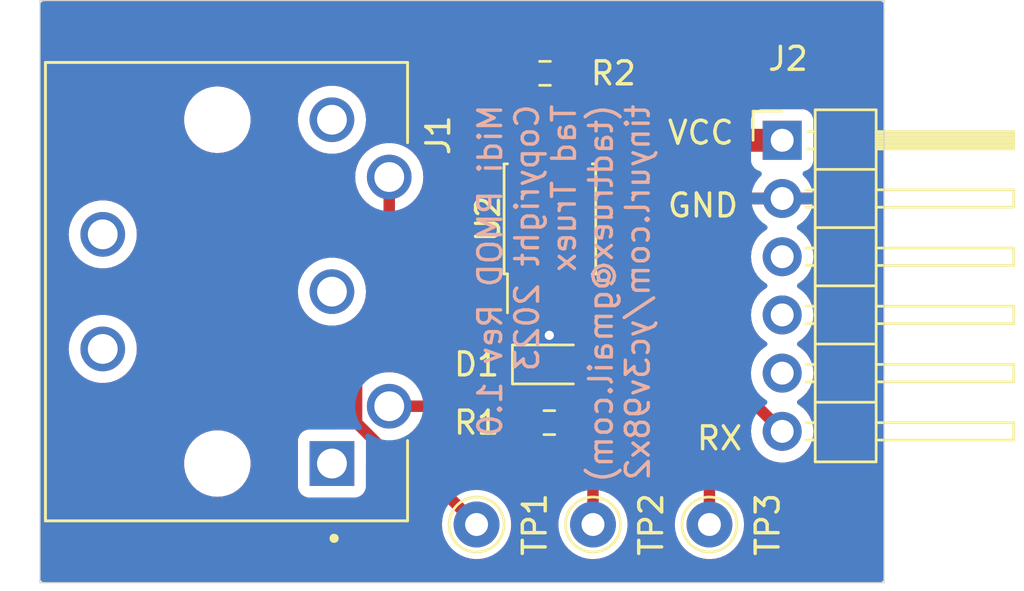
<source format=kicad_pcb>
(kicad_pcb (version 20221018) (generator pcbnew)
  (layers (0 "F.Cu" signal) (31 "B.Cu" signal) (34 "B.Paste" user) (35 "F.Paste" user) (36 "B.SilkS" user "B.Silkscreen") (37 "F.SilkS" user "F.Silkscreen") (38 "B.Mask" user) (39 "F.Mask" user) (44 "Edge.Cuts" user))
  (net 0 "")
  (net 1 "Net-(D1-K)")
  (net 2 "Net-(D1-A)")
  (net 3 "+3.3V")
  (net 4 "GND")
  (net 5 "/Rx")
  (net 8 "Net-(J1-Pad5)")
  (footprint "Connector_PinHeader_2.54mm:PinHeader_1x06_P2.54mm_Horizontal" (layer "F.Cu") (at 180.975 120.396)
    (fp_text reference "J2" (at 0.254 -3.556) (layer "F.SilkS"))
    (fp_text value "Conn_01x06")
    (fp_line (start -1.27 -1.27) (end 0 -1.27) (stroke (width 0.12)) (layer "F.SilkS"))
    (fp_line (start -1.27 0) (end -1.27 -1.27) (stroke (width 0.12)) (layer "F.SilkS"))
    (fp_line (start 1.042929 2.16) (end 1.44 2.16) (stroke (width 0.12)) (layer "F.SilkS"))
    (fp_line (start 1.042929 2.92) (end 1.44 2.92) (stroke (width 0.12)) (layer "F.SilkS"))
    (fp_line (start 1.042929 4.7) (end 1.44 4.7) (stroke (width 0.12)) (layer "F.SilkS"))
    (fp_line (start 1.042929 5.46) (end 1.44 5.46) (stroke (width 0.12)) (layer "F.SilkS"))
    (fp_line (start 1.042929 7.24) (end 1.44 7.24) (stroke (width 0.12)) (layer "F.SilkS"))
    (fp_line (start 1.042929 8) (end 1.44 8) (stroke (width 0.12)) (layer "F.SilkS"))
    (fp_line (start 1.042929 9.78) (end 1.44 9.78) (stroke (width 0.12)) (layer "F.SilkS"))
    (fp_line (start 1.042929 10.54) (end 1.44 10.54) (stroke (width 0.12)) (layer "F.SilkS"))
    (fp_line (start 1.042929 12.32) (end 1.44 12.32) (stroke (width 0.12)) (layer "F.SilkS"))
    (fp_line (start 1.042929 13.08) (end 1.44 13.08) (stroke (width 0.12)) (layer "F.SilkS"))
    (fp_line (start 1.11 -0.38) (end 1.44 -0.38) (stroke (width 0.12)) (layer "F.SilkS"))
    (fp_line (start 1.11 0.38) (end 1.44 0.38) (stroke (width 0.12)) (layer "F.SilkS"))
    (fp_line (start 1.44 -1.33) (end 1.44 14.03) (stroke (width 0.12)) (layer "F.SilkS"))
    (fp_line (start 1.44 1.27) (end 4.1 1.27) (stroke (width 0.12)) (layer "F.SilkS"))
    (fp_line (start 1.44 3.81) (end 4.1 3.81) (stroke (width 0.12)) (layer "F.SilkS"))
    (fp_line (start 1.44 6.35) (end 4.1 6.35) (stroke (width 0.12)) (layer "F.SilkS"))
    (fp_line (start 1.44 8.89) (end 4.1 8.89) (stroke (width 0.12)) (layer "F.SilkS"))
    (fp_line (start 1.44 11.43) (end 4.1 11.43) (stroke (width 0.12)) (layer "F.SilkS"))
    (fp_line (start 1.44 14.03) (end 4.1 14.03) (stroke (width 0.12)) (layer "F.SilkS"))
    (fp_line (start 4.1 -1.33) (end 1.44 -1.33) (stroke (width 0.12)) (layer "F.SilkS"))
    (fp_line (start 4.1 -0.38) (end 10.1 -0.38) (stroke (width 0.12)) (layer "F.SilkS"))
    (fp_line (start 4.1 -0.32) (end 10.1 -0.32) (stroke (width 0.12)) (layer "F.SilkS"))
    (fp_line (start 4.1 -0.2) (end 10.1 -0.2) (stroke (width 0.12)) (layer "F.SilkS"))
    (fp_line (start 4.1 -0.08) (end 10.1 -0.08) (stroke (width 0.12)) (layer "F.SilkS"))
    (fp_line (start 4.1 0.04) (end 10.1 0.04) (stroke (width 0.12)) (layer "F.SilkS"))
    (fp_line (start 4.1 0.16) (end 10.1 0.16) (stroke (width 0.12)) (layer "F.SilkS"))
    (fp_line (start 4.1 0.28) (end 10.1 0.28) (stroke (width 0.12)) (layer "F.SilkS"))
    (fp_line (start 4.1 2.16) (end 10.1 2.16) (stroke (width 0.12)) (layer "F.SilkS"))
    (fp_line (start 4.1 4.7) (end 10.1 4.7) (stroke (width 0.12)) (layer "F.SilkS"))
    (fp_line (start 4.1 7.24) (end 10.1 7.24) (stroke (width 0.12)) (layer "F.SilkS"))
    (fp_line (start 4.1 9.78) (end 10.1 9.78) (stroke (width 0.12)) (layer "F.SilkS"))
    (fp_line (start 4.1 12.32) (end 10.1 12.32) (stroke (width 0.12)) (layer "F.SilkS"))
    (fp_line (start 4.1 14.03) (end 4.1 -1.33) (stroke (width 0.12)) (layer "F.SilkS"))
    (fp_line (start 10.1 -0.38) (end 10.1 0.38) (stroke (width 0.12)) (layer "F.SilkS"))
    (fp_line (start 10.1 0.38) (end 4.1 0.38) (stroke (width 0.12)) (layer "F.SilkS"))
    (fp_line (start 10.1 2.16) (end 10.1 2.92) (stroke (width 0.12)) (layer "F.SilkS"))
    (fp_line (start 10.1 2.92) (end 4.1 2.92) (stroke (width 0.12)) (layer "F.SilkS"))
    (fp_line (start 10.1 4.7) (end 10.1 5.46) (stroke (width 0.12)) (layer "F.SilkS"))
    (fp_line (start 10.1 5.46) (end 4.1 5.46) (stroke (width 0.12)) (layer "F.SilkS"))
    (fp_line (start 10.1 7.24) (end 10.1 8) (stroke (width 0.12)) (layer "F.SilkS"))
    (fp_line (start 10.1 8) (end 4.1 8) (stroke (width 0.12)) (layer "F.SilkS"))
    (fp_line (start 10.1 9.78) (end 10.1 10.54) (stroke (width 0.12)) (layer "F.SilkS"))
    (fp_line (start 10.1 10.54) (end 4.1 10.54) (stroke (width 0.12)) (layer "F.SilkS"))
    (fp_line (start 10.1 12.32) (end 10.1 13.08) (stroke (width 0.12)) (layer "F.SilkS"))
    (fp_line (start 10.1 13.08) (end 4.1 13.08) (stroke (width 0.12)) (layer "F.SilkS"))
    (pad "1" thru_hole rect (at 0 0) (size 1.7 1.7) (drill 1) (layers "*.Cu" "*.Mask") (net 3 "+3.3V"))
    (pad "2" thru_hole oval (at 0 2.54) (size 1.7 1.7) (drill 1) (layers "*.Cu" "*.Mask") (net 4 "GND"))
    (pad "3" thru_hole oval (at 0 5.08) (size 1.7 1.7) (drill 1) (layers "*.Cu" "*.Mask"))
    (pad "4" thru_hole oval (at 0 7.62) (size 1.7 1.7) (drill 1) (layers "*.Cu" "*.Mask"))
    (pad "5" thru_hole oval (at 0 10.16) (size 1.7 1.7) (drill 1) (layers "*.Cu" "*.Mask"))
    (pad "6" thru_hole oval (at 0 12.7) (size 1.7 1.7) (drill 1) (layers "*.Cu" "*.Mask") (net 5 "/Rx"))
  )
  (footprint "Resistor_SMD:R_0603_1608Metric" (layer "F.Cu") (at 170.815 132.715 180)
    (fp_text reference "R1" (at 3.175 0 180) (layer "F.SilkS"))
    (fp_text value "220")
    (fp_line (start -0.237258 -0.5225) (end 0.237258 -0.5225) (stroke (width 0.12)) (layer "F.SilkS"))
    (fp_line (start -0.237258 0.5225) (end 0.237258 0.5225) (stroke (width 0.12)) (layer "F.SilkS"))
    (pad "1" smd roundrect (at -0.825 0 180) (size 0.8 0.95) (layers "F.Cu" "F.Paste" "F.Mask") (net 2 "Net-(D1-A)"))
    (pad "2" smd roundrect (at 0.825 0 180) (size 0.8 0.95) (layers "F.Cu" "F.Paste" "F.Mask") (net 8 "Net-(J1-Pad5)"))
  )
  (footprint "Resistor_SMD:R_0603_1608Metric" (layer "F.Cu") (at 170.625 117.475 180)
    (fp_text reference "R2" (at -2.985 0 180) (layer "F.SilkS"))
    (fp_text value "1K")
    (fp_line (start -0.237258 -0.5225) (end 0.237258 -0.5225) (stroke (width 0.12)) (layer "F.SilkS"))
    (fp_line (start -0.237258 0.5225) (end 0.237258 0.5225) (stroke (width 0.12)) (layer "F.SilkS"))
    (pad "1" smd roundrect (at -0.825 0 180) (size 0.8 0.95) (layers "F.Cu" "F.Paste" "F.Mask") (net 3 "+3.3V"))
    (pad "2" smd roundrect (at 0.825 0 180) (size 0.8 0.95) (layers "F.Cu" "F.Paste" "F.Mask") (net 5 "/Rx"))
  )
  (footprint "StockedComponents:CUI_SDS-50J" (layer "F.Cu") (at 156.33 127 -90)
    (fp_text reference "J1" (at -6.825 -9.635 90) (layer "F.SilkS"))
    (fp_text value "DIN-5_180degree")
    (fp_line (start -10 -8.3) (end -6.5 -8.3) (stroke (width 0.127)) (layer "F.SilkS"))
    (fp_line (start -10 7.5) (end -10 -8.3) (stroke (width 0.127)) (layer "F.SilkS"))
    (fp_line (start -10 7.5) (end 10 7.5) (stroke (width 0.127)) (layer "F.SilkS"))
    (fp_line (start 6.5 -8.3) (end 10 -8.3) (stroke (width 0.127)) (layer "F.SilkS"))
    (fp_line (start 10 -8.3) (end 10 7.5) (stroke (width 0.127)) (layer "F.SilkS"))
    (fp_circle (center 10.764 -5.094) (end 10.864 -5.094) (stroke (width 0.2)) (fill none) (layer "F.SilkS"))
    (pad "" np_thru_hole circle (at -7.5 0 270) (size 2.4 2.4) (drill 2.4) (layers "*.Cu" "*.Mask"))
    (pad "" np_thru_hole circle (at 7.5 0 270) (size 2.4 2.4) (drill 2.4) (layers "*.Cu" "*.Mask"))
    (pad "1" thru_hole rect (at 7.5 -5 270) (size 1.95 1.95) (drill 1.3) (layers "*.Cu" "*.Mask"))
    (pad "2" thru_hole circle (at 0 -5 270) (size 1.95 1.95) (drill 1.3) (layers "*.Cu" "*.Mask"))
    (pad "3" thru_hole circle (at -7.5 -5 270) (size 1.95 1.95) (drill 1.3) (layers "*.Cu" "*.Mask"))
    (pad "4" thru_hole circle (at 5 -7.5 270) (size 1.95 1.95) (drill 1.3) (layers "*.Cu" "*.Mask") (net 1 "Net-(D1-K)"))
    (pad "5" thru_hole circle (at -5 -7.5 270) (size 1.95 1.95) (drill 1.3) (layers "*.Cu" "*.Mask") (net 8 "Net-(J1-Pad5)"))
    (pad "E1" thru_hole circle (at -2.5 5 270) (size 1.95 1.95) (drill 1.3) (layers "*.Cu" "*.Mask"))
    (pad "E2" thru_hole circle (at 2.5 5 270) (size 1.95 1.95) (drill 1.3) (layers "*.Cu" "*.Mask"))
  )
  (footprint "TestPoint:TestPoint_THTPad_D2.0mm_Drill1.0mm" (layer "F.Cu") (at 172.72 137.16)
    (fp_text reference "TP2" (at 2.54 0 90) (layer "F.SilkS"))
    (fp_text value "TestPoint")
    (fp_circle (center 0 0) (end 0 1.2) (stroke (width 0.12)) (fill none) (layer "F.SilkS"))
    (pad "1" thru_hole circle (at 0 0) (size 2 2) (drill 1) (layers "*.Cu" "*.Mask") (net 2 "Net-(D1-A)"))
  )
  (footprint "TestPoint:TestPoint_THTPad_D2.0mm_Drill1.0mm" (layer "F.Cu") (at 167.64 137.16)
    (fp_text reference "TP1" (at 2.54 0 90) (layer "F.SilkS"))
    (fp_text value "TestPoint")
    (fp_circle (center 0 0) (end 0 1.2) (stroke (width 0.12)) (fill none) (layer "F.SilkS"))
    (pad "1" thru_hole circle (at 0 0) (size 2 2) (drill 1) (layers "*.Cu" "*.Mask") (net 8 "Net-(J1-Pad5)"))
  )
  (footprint "Diode_SMD:D_SOD-323" (layer "F.Cu") (at 170.815 130.175)
    (fp_text reference "D1" (at -3.175 0) (layer "F.SilkS"))
    (fp_text value "RF01VM2S")
    (fp_line (start -1.61 -0.85) (end -1.61 0.85) (stroke (width 0.12)) (layer "F.SilkS"))
    (fp_line (start -1.61 -0.85) (end 1.05 -0.85) (stroke (width 0.12)) (layer "F.SilkS"))
    (fp_line (start -1.61 0.85) (end 1.05 0.85) (stroke (width 0.12)) (layer "F.SilkS"))
    (pad "1" smd roundrect (at -1.05 0) (size 0.6 0.45) (layers "F.Cu" "F.Paste" "F.Mask") (net 1 "Net-(D1-K)"))
    (pad "2" smd roundrect (at 1.05 0) (size 0.6 0.45) (layers "F.Cu" "F.Paste" "F.Mask") (net 2 "Net-(D1-A)"))
  )
  (footprint "TestPoint:TestPoint_THTPad_D2.0mm_Drill1.0mm" (layer "F.Cu") (at 177.8 137.16)
    (fp_text reference "TP3" (at 2.54 0 90) (layer "F.SilkS"))
    (fp_text value "TestPoint")
    (fp_circle (center 0 0) (end 0 1.2) (stroke (width 0.12)) (fill none) (layer "F.SilkS"))
    (pad "1" thru_hole circle (at 0 0) (size 2 2) (drill 1) (layers "*.Cu" "*.Mask") (net 1 "Net-(D1-K)"))
  )
  (footprint "Package_SO:SO-4_4.4x3.6mm_P2.54mm" (layer "F.Cu") (at 170.84 123.825 90)
    (fp_text reference "U2" (at 0 -2.7 90) (layer "F.SilkS"))
    (fp_text value "LTV-356T")
    (fp_line (start -2.4 -2) (end 2.4 -2) (stroke (width 0.12)) (layer "F.SilkS"))
    (fp_line (start -2.4 -1.85) (end -4.1 -1.85) (stroke (width 0.12)) (layer "F.SilkS"))
    (fp_line (start -2.4 -1.85) (end -2.4 -2) (stroke (width 0.12)) (layer "F.SilkS"))
    (fp_line (start -2.4 2) (end -2.4 1.85) (stroke (width 0.12)) (layer "F.SilkS"))
    (fp_line (start 2.4 -2) (end 2.4 -1.85) (stroke (width 0.12)) (layer "F.SilkS"))
    (fp_line (start 2.4 1.85) (end 2.4 2) (stroke (width 0.12)) (layer "F.SilkS"))
    (fp_line (start 2.4 2) (end -2.4 2) (stroke (width 0.12)) (layer "F.SilkS"))
    (pad "1" smd rect (at -3.15 -1.27 90) (size 2 0.64) (layers "F.Cu" "F.Paste" "F.Mask") (net 1 "Net-(D1-K)"))
    (pad "2" smd rect (at -3.15 1.27 90) (size 2 0.64) (layers "F.Cu" "F.Paste" "F.Mask") (net 2 "Net-(D1-A)"))
    (pad "3" smd rect (at 3.15 1.27 90) (size 2 0.64) (layers "F.Cu" "F.Paste" "F.Mask") (net 4 "GND"))
    (pad "4" smd rect (at 3.15 -1.27 90) (size 2 0.64) (layers "F.Cu" "F.Paste" "F.Mask") (net 5 "/Rx"))
  )
  (gr_rect (start 148.59 114.3) (end 185.42 139.7) (stroke (width 0.05)) (fill none) (layer "Edge.Cuts"))
  (gr_text "Midi PMOD Rev 1.0 \nCopyright 2023 \nTad Truex \n(tadtruex@gmail.com)\ntinyurl.com/yc3v98x2 " (at 175.26 118.745 90) (layer "B.SilkS") (effects (font (size 1 1)) (justify left bottom mirror)))
  (gr_text "RX" (at 177.165 133.985) (layer "F.SilkS") (effects (font (size 1 1)) (justify left bottom)))
  (gr_text "VCC" (at 175.895 120.65) (layer "F.SilkS") (effects (font (size 1 1)) (justify left bottom)))
  (gr_text "GND" (at 175.895 123.825) (layer "F.SilkS") (effects (font (size 1 1)) (justify left bottom)))
  (segment (start 168.91 129.54) (end 168.91 128.27) (width 0.5) (layer "F.Cu") (net 1))
  (segment (start 169.57 125.07) (end 169.57 126.975) (width 0.5) (layer "F.Cu") (net 1))
  (segment (start 177.8 137.16) (end 177.8 130.445) (width 0.5) (layer "F.Cu") (net 1))
  (segment (start 163.83 132) (end 166.45 132) (width 0.5) (layer "F.Cu") (net 1))
  (segment (start 168.275 130.175) (end 169.765 130.175) (width 0.5) (layer "F.Cu") (net 1))
  (segment (start 166.45 132) (end 167.64 130.81) (width 0.5) (layer "F.Cu") (net 1))
  (segment (start 171.815 124.46) (end 170.18 124.46) (width 0.5) (layer "F.Cu") (net 1))
  (segment (start 177.8 130.445) (end 171.815 124.46) (width 0.5) (layer "F.Cu") (net 1))
  (segment (start 167.64 130.81) (end 168.275 130.175) (width 0.5) (layer "F.Cu") (net 1))
  (segment (start 169.57 127.61) (end 169.57 126.975) (width 0.5) (layer "F.Cu") (net 1))
  (segment (start 168.91 128.27) (end 169.57 127.61) (width 0.5) (layer "F.Cu") (net 1))
  (segment (start 170.18 124.46) (end 169.57 125.07) (width 0.5) (layer "F.Cu") (net 1))
  (segment (start 167.64 130.81) (end 168.91 129.54) (width 0.5) (layer "F.Cu") (net 1))
  (segment (start 172.72 133.795) (end 171.64 132.715) (width 0.5) (layer "F.Cu") (net 2))
  (segment (start 172.11 126.975) (end 172.11 129.93) (width 0.5) (layer "F.Cu") (net 2))
  (segment (start 172.72 137.16) (end 172.72 133.795) (width 0.5) (layer "F.Cu") (net 2))
  (segment (start 171.64 130.4) (end 172.11 129.93) (width 0.5) (layer "F.Cu") (net 2))
  (segment (start 171.64 132.715) (end 171.64 130.4) (width 0.5) (layer "F.Cu") (net 2))
  (segment (start 172.11 129.93) (end 171.865 130.175) (width 0.5) (layer "F.Cu") (net 2))
  (segment (start 177.546 120.396) (end 174.625 117.475) (width 1) (layer "F.Cu") (net 3))
  (segment (start 177.546 120.396) (end 180.975 120.396) (width 1) (layer "F.Cu") (net 3))
  (segment (start 174.625 117.475) (end 171.45 117.475) (width 1) (layer "F.Cu") (net 3))
  (segment (start 183.261 122.936) (end 183.515 123.19) (width 0.5) (layer "F.Cu") (net 4))
  (segment (start 180.975 122.936) (end 183.261 122.936) (width 0.5) (layer "F.Cu") (net 4))
  (segment (start 178.689 122.936) (end 180.975 122.936) (width 0.5) (layer "F.Cu") (net 4))
  (segment (start 178.689 122.936) (end 178.435 123.19) (width 0.5) (layer "F.Cu") (net 4))
  (via (at 170.815 128.905) (size 0.8) (drill 0.4) (layers "F.Cu" "B.Cu") (net 4))
  (segment (start 170.77 122.555) (end 170.899244 122.555) (width 0.5) (layer "F.Cu") (net 5))
  (segment (start 178.499501 130.155257) (end 178.499501 130.620501) (width 0.5) (layer "F.Cu") (net 5))
  (segment (start 170.899244 122.555) (end 178.499501 130.155257) (width 0.5) (layer "F.Cu") (net 5))
  (segment (start 178.499501 130.620501) (end 180.975 133.096) (width 0.5) (layer "F.Cu") (net 5))
  (segment (start 169.57 121.355) (end 170.77 122.555) (width 0.5) (layer "F.Cu") (net 5))
  (segment (start 169.57 120.675) (end 169.57 121.355) (width 0.5) (layer "F.Cu") (net 5))
  (segment (start 167.64 137.16) (end 166.37 135.89) (width 0.5) (layer "F.Cu") (net 8))
  (segment (start 164.3 134.62) (end 162.405 132.725) (width 0.5) (layer "F.Cu") (net 8))
  (segment (start 162.405 130.33) (end 163.83 128.905) (width 0.5) (layer "F.Cu") (net 8))
  (segment (start 162.405 132.725) (end 162.405 130.33) (width 0.5) (layer "F.Cu") (net 8))
  (segment (start 166.37 135.89) (end 166.37 134.62) (width 0.5) (layer "F.Cu") (net 8))
  (segment (start 166.37 134.62) (end 164.3 134.62) (width 0.5) (layer "F.Cu") (net 8))
  (segment (start 169.99 132.715) (end 168.275 132.715) (width 0.5) (layer "F.Cu") (net 8))
  (segment (start 163.83 128.905) (end 163.83 122) (width 0.5) (layer "F.Cu") (net 8))
  (segment (start 168.275 132.715) (end 166.37 134.62) (width 0.5) (layer "F.Cu") (net 8))
  (zone (net 4) (net_name "GND") (layer "F.Cu") (connect_pads (clearance 0.508)) (min_thickness 0.254) (fill yes (thermal_gap 0.508) (thermal_bridge_width 0.508))
    (polygon (pts (xy 185.42 139.7) (xy 148.717 139.7) (xy 148.717 114.3) (xy 185.42 114.3)))
  )
  (zone (net 4) (net_name "GND") (layer "B.Cu") (priority 1) (connect_pads (clearance 0.508)) (min_thickness 0.25) (fill yes (thermal_gap 0.5) (thermal_bridge_width 0.5))
    (polygon (pts (xy 185.42 114.3) (xy 148.59 114.3) (xy 148.59 139.7) (xy 185.42 139.7)))
  )
)
</source>
